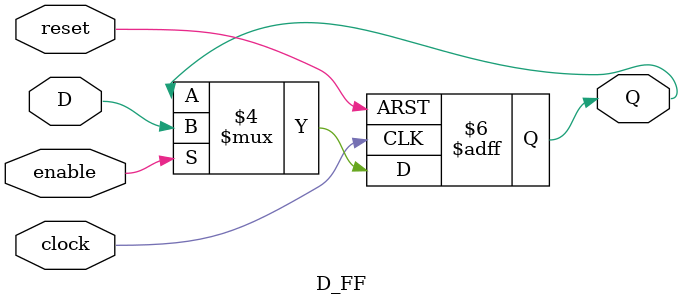
<source format=v>
module D_FF(
    input clock, reset,
    input enable, D,
    output reg Q
);
   always @(posedge clock or negedge reset)
     if(reset == 0)
       Q <= 0;
     else if(enable == 1)
       Q <= D;
       
endmodule // D_FF

</source>
